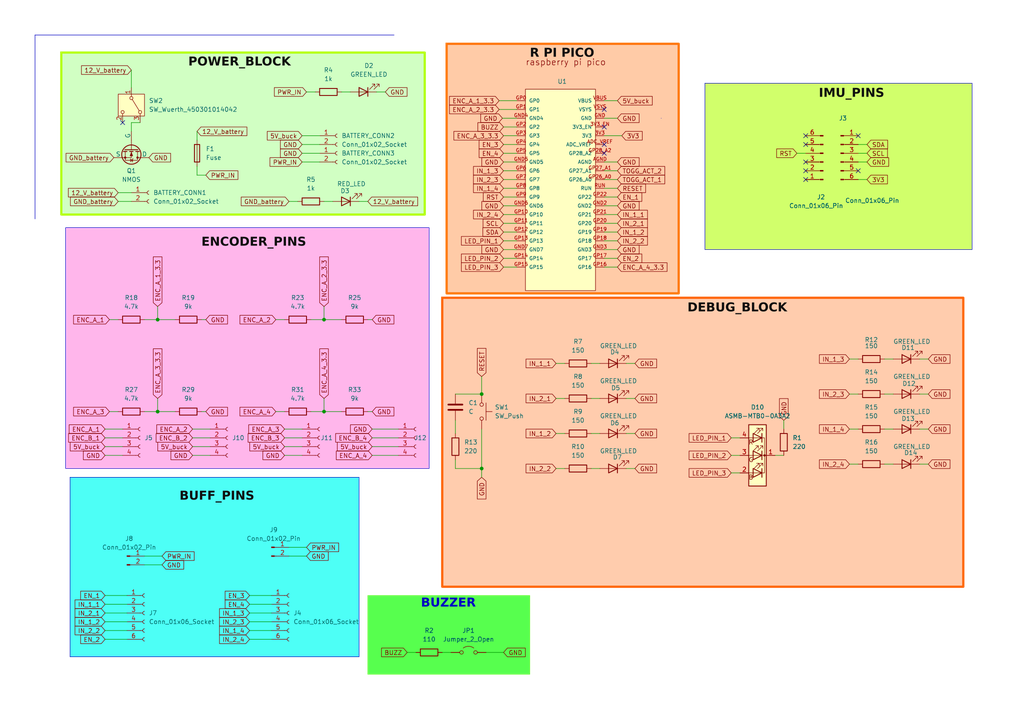
<source format=kicad_sch>
(kicad_sch (version 20231120) (generator "eeschema") (generator_version "8.0")
  (paper "A4")
  (lib_symbols
    (symbol "Connector:Conn_01x02_Pin" (pin_names (offset 1.016) hide)
      (property "Reference" "J" (at 0 2.54 0))
      (property "Value" "Conn_01x02_Pin" (at 0 -5.08 0))
      (symbol "Conn_01x02_Pin_1_1"
        (pin passive line (at 5.08 0 180) (length 3.81) (name "Pin_1") (number "1"))
        (pin passive line (at 5.08 -2.54 180) (length 3.81) (name "Pin_2") (number "2"))
      )
    )
    (symbol "Connector:Conn_01x02_Socket" (pin_names (offset 1.016) hide)
      (property "Reference" "J" (at 0 2.54 0))
      (property "Value" "Conn_01x02_Socket" (at 0 -5.08 0))
      (symbol "Conn_01x02_Socket_1_1"
        (pin passive line (at -5.08 0 0) (length 3.81) (name "Pin_1") (number "1"))
        (pin passive line (at -5.08 -2.54 0) (length 3.81) (name "Pin_2") (number "2"))
      )
    )
    (symbol "Connector:Conn_01x04_Socket" (pin_names (offset 1.016) hide)
      (property "Reference" "J" (at 0 5.08 0))
      (property "Value" "Conn_01x04_Socket" (at 0 -7.62 0))
      (symbol "Conn_01x04_Socket_1_1"
        (pin passive line (at -5.08 2.54 0) (length 3.81) (name "Pin_1") (number "1"))
        (pin passive line (at -5.08 0 0) (length 3.81) (name "Pin_2") (number "2"))
        (pin passive line (at -5.08 -2.54 0) (length 3.81) (name "Pin_3") (number "3"))
        (pin passive line (at -5.08 -5.08 0) (length 3.81) (name "Pin_4") (number "4"))
      )
    )
    (symbol "Connector:Conn_01x06_Pin" (pin_names (offset 1.016) hide)
      (property "Reference" "J" (at 0 7.62 0))
      (property "Value" "Conn_01x06_Pin" (at 0 -10.16 0))
      (symbol "Conn_01x06_Pin_1_1"
        (pin passive line (at 5.08 5.08 180) (length 3.81) (name "Pin_1") (number "1"))
        (pin passive line (at 5.08 2.54 180) (length 3.81) (name "Pin_2") (number "2"))
        (pin passive line (at 5.08 0 180) (length 3.81) (name "Pin_3") (number "3"))
        (pin passive line (at 5.08 -2.54 180) (length 3.81) (name "Pin_4") (number "4"))
        (pin passive line (at 5.08 -5.08 180) (length 3.81) (name "Pin_5") (number "5"))
        (pin passive line (at 5.08 -7.62 180) (length 3.81) (name "Pin_6") (number "6"))
      )
    )
    (symbol "Connector:Conn_01x06_Socket" (pin_names (offset 1.016) hide)
      (property "Reference" "J" (at 0 7.62 0))
      (property "Value" "Conn_01x06_Socket" (at 0 -10.16 0))
      (symbol "Conn_01x06_Socket_1_1"
        (pin passive line (at -5.08 5.08 0) (length 3.81) (name "Pin_1") (number "1"))
        (pin passive line (at -5.08 2.54 0) (length 3.81) (name "Pin_2") (number "2"))
        (pin passive line (at -5.08 0 0) (length 3.81) (name "Pin_3") (number "3"))
        (pin passive line (at -5.08 -2.54 0) (length 3.81) (name "Pin_4") (number "4"))
        (pin passive line (at -5.08 -5.08 0) (length 3.81) (name "Pin_5") (number "5"))
        (pin passive line (at -5.08 -7.62 0) (length 3.81) (name "Pin_6") (number "6"))
      )
    )
    (symbol "Device:C" (pin_numbers hide) (pin_names (offset 0.254))
      (property "Reference" "C" (at 0.635 2.54 0))
      (property "Value" "C" (at 0.635 -2.54 0))
      (symbol "C_1_1"
        (pin passive line (at 0 3.81 270) (length 2.794) (name "~") (number "1"))
        (pin passive line (at 0 -3.81 90) (length 2.794) (name "~") (number "2"))
      )
    )
    (symbol "Device:Fuse" (pin_numbers hide) (pin_names (offset 0))
      (property "Reference" "F" (at 2.032 0 90))
      (property "Value" "Fuse" (at -1.905 0 90))
      (symbol "Fuse_1_1"
        (pin passive line (at 0 3.81 270) (length 1.27) (name "~") (number "1"))
        (pin passive line (at 0 -3.81 90) (length 1.27) (name "~") (number "2"))
      )
    )
    (symbol "Device:LED" (pin_numbers hide) (pin_names (offset 1.016) hide)
      (property "Reference" "D" (at 0 2.54 0))
      (property "Value" "LED" (at 0 -2.54 0))
      (symbol "LED_1_1"
        (pin passive line (at -3.81 0 0) (length 2.54) (name "K") (number "1"))
        (pin passive line (at 3.81 0 180) (length 2.54) (name "A") (number "2"))
      )
    )
    (symbol "Device:R" (pin_numbers hide) (pin_names (offset 0))
      (property "Reference" "R" (at 2.032 0 90))
      (property "Value" "R" (at 0 0 90))
      (symbol "R_1_1"
        (pin passive line (at 0 3.81 270) (length 1.27) (name "~") (number "1"))
        (pin passive line (at 0 -3.81 90) (length 1.27) (name "~") (number "2"))
      )
    )
    (symbol "Jumper:Jumper_2_Open" (pin_numbers hide) (pin_names (offset 0) hide) (exclude_from_sim yes)
      (property "Reference" "JP" (at 0 2.794 0))
      (property "Value" "Jumper_2_Open" (at 0 -2.286 0))
      (symbol "Jumper_2_Open_1_1"
        (pin passive line (at -5.08 0 0) (length 2.54) (name "A") (number "1"))
        (pin passive line (at 5.08 0 180) (length 2.54) (name "B") (number "2"))
      )
    )
    (symbol "LED:ASMB-MTB0-0A3A2_CC" (pin_names (offset 0) hide)
      (property "Reference" "D" (at 0 10.16 0))
      (property "Value" "ASMB-MTB0-0A3A2" (at 0 -10.16 0))
      (symbol "ASMB-MTB0-0A3A2_CC_0_0"
        (text "B" (at -1.905 -6.35 0) (effects (font (size 1.27 1.27))))
        (text "G" (at -1.905 -1.27 0) (effects (font (size 1.27 1.27))))
        (text "R" (at -1.905 3.81 0) (effects (font (size 1.27 1.27))))
      )
      (symbol "ASMB-MTB0-0A3A2_CC_1_1"
        (pin passive line (at 5.08 0 180) (length 2.54) (name "A") (number "1"))
        (pin passive line (at -5.08 -5.08 0) (length 2.54) (name "BK") (number "2"))
        (pin passive line (at -5.08 0 0) (length 2.54) (name "GK") (number "3"))
        (pin passive line (at -5.08 5.08 0) (length 2.54) (name "RK") (number "4"))
      )
    )
    (symbol "RASPBERRY_PI_PICO:RASPBERRY_PI_PICO" (pin_names (offset 1.016))
      (property "Reference" "U1" (at 3.048 25.908 0))
      (property "Value" "RASPBERRY_PI_PICO" (at 28.956 34.29 0))
      (symbol "RASPBERRY_PI_PICO_0_0"
        (text "raspberry pi pico" (at -7.62 30.48 0) (effects (font (size 1.778 1.778)) (justify left bottom)))
        (pin bidirectional line (at 15.24 10.16 180) (length 2.54) (name "3V3") (number "3V3"))
        (pin bidirectional line (at 15.24 12.7 180) (length 2.54) (name "3V3_EN") (number "3V3_EN"))
        (pin bidirectional line (at 15.24 7.62 180) (length 2.54) (name "ADC_VREF") (number "ADC_VREF"))
        (pin bidirectional line (at 15.24 2.54 180) (length 2.54) (name "AGND") (number "AGND"))
        (pin bidirectional line (at 15.24 15.24 180) (length 2.54) (name "GND") (number "GND"))
        (pin bidirectional line (at 15.24 -10.16 180) (length 2.54) (name "GND2") (number "GND2"))
        (pin bidirectional line (at 15.24 -22.86 180) (length 2.54) (name "GND3") (number "GND3"))
        (pin bidirectional line (at -10.16 15.24 0) (length 2.54) (name "GND4") (number "GND4"))
        (pin bidirectional line (at -10.16 2.54 0) (length 2.54) (name "GND5") (number "GND5"))
        (pin bidirectional line (at -10.16 -10.16 0) (length 2.54) (name "GND6") (number "GND6"))
        (pin bidirectional line (at -10.16 -22.86 0) (length 2.54) (name "GND7") (number "GND7"))
        (pin bidirectional line (at -10.16 20.32 0) (length 2.54) (name "GP0") (number "GP0"))
        (pin bidirectional line (at -10.16 17.78 0) (length 2.54) (name "GP1") (number "GP1"))
        (pin bidirectional line (at -10.16 -12.7 0) (length 2.54) (name "GP10") (number "GP10"))
        (pin bidirectional line (at -10.16 -15.24 0) (length 2.54) (name "GP11") (number "GP11"))
        (pin bidirectional line (at -10.16 -17.78 0) (length 2.54) (name "GP12") (number "GP12"))
        (pin bidirectional line (at -10.16 -20.32 0) (length 2.54) (name "GP13") (number "GP13"))
        (pin bidirectional line (at -10.16 -25.4 0) (length 2.54) (name "GP14") (number "GP14"))
        (pin bidirectional line (at -10.16 -27.94 0) (length 2.54) (name "GP15") (number "GP15"))
        (pin bidirectional line (at 15.24 -27.94 180) (length 2.54) (name "GP16") (number "GP16"))
        (pin bidirectional line (at 15.24 -25.4 180) (length 2.54) (name "GP17") (number "GP17"))
        (pin bidirectional line (at 15.24 -20.32 180) (length 2.54) (name "GP18") (number "GP18"))
        (pin bidirectional line (at 15.24 -17.78 180) (length 2.54) (name "GP19") (number "GP19"))
        (pin bidirectional line (at -10.16 12.7 0) (length 2.54) (name "GP2") (number "GP2"))
        (pin bidirectional line (at 15.24 -15.24 180) (length 2.54) (name "GP20") (number "GP20"))
        (pin bidirectional line (at 15.24 -12.7 180) (length 2.54) (name "GP21") (number "GP21"))
        (pin bidirectional line (at 15.24 -7.62 180) (length 2.54) (name "GP22") (number "GP22"))
        (pin bidirectional line (at 15.24 -2.54 180) (length 2.54) (name "GP26_A0") (number "GP26_A0"))
        (pin bidirectional line (at 15.24 0 180) (length 2.54) (name "GP27_A1") (number "GP27_A1"))
        (pin bidirectional line (at 15.24 5.08 180) (length 2.54) (name "GP28_A2") (number "GP28_A2"))
        (pin bidirectional line (at -10.16 10.16 0) (length 2.54) (name "GP3") (number "GP3"))
        (pin bidirectional line (at -10.16 7.62 0) (length 2.54) (name "GP4") (number "GP4"))
        (pin bidirectional line (at -10.16 5.08 0) (length 2.54) (name "GP5") (number "GP5"))
        (pin bidirectional line (at -10.16 0 0) (length 2.54) (name "GP6") (number "GP6"))
        (pin bidirectional line (at -10.16 -2.54 0) (length 2.54) (name "GP7") (number "GP7"))
        (pin bidirectional line (at -10.16 -5.08 0) (length 2.54) (name "GP8") (number "GP8"))
        (pin bidirectional line (at -10.16 -7.62 0) (length 2.54) (name "GP9") (number "GP9"))
        (pin bidirectional line (at 15.24 -5.08 180) (length 2.54) (name "RUN") (number "RUN"))
        (pin bidirectional line (at 15.24 20.32 180) (length 2.54) (name "VBUS") (number "VBUS"))
        (pin bidirectional line (at 15.24 17.78 180) (length 2.54) (name "VSYS") (number "VSYS"))
      )
    )
    (symbol "Simulation_SPICE:NMOS" (pin_numbers hide) (pin_names (offset 0))
      (property "Reference" "Q" (at 5.08 1.27 0))
      (property "Value" "NMOS" (at 5.08 -1.27 0))
      (symbol "NMOS_1_1"
        (pin passive line (at 2.54 5.08 270) (length 2.54) (name "D") (number "1"))
        (pin input line (at -5.08 0 0) (length 2.54) (name "G") (number "2"))
        (pin passive line (at 2.54 -5.08 90) (length 2.54) (name "S") (number "3"))
      )
    )
    (symbol "Switch:SW_Push" (pin_numbers hide) (pin_names (offset 1.016) hide)
      (property "Reference" "SW" (at 1.27 2.54 0))
      (property "Value" "SW_Push" (at 0 -1.524 0))
      (symbol "SW_Push_0_1"
        (pin passive line (at -5.08 0 0) (length 2.54) (name "1") (number "1"))
        (pin passive line (at 5.08 0 180) (length 2.54) (name "2") (number "2"))
      )
    )
    (symbol "Switch:SW_Wuerth_450301014042" (pin_names (offset 1) hide)
      (property "Reference" "SW" (at 0 5.08 0))
      (property "Value" "SW_Wuerth_450301014042" (at 0 -5.08 0))
      (symbol "SW_Wuerth_450301014042_1_1"
        (pin passive line (at -5.08 0 0) (length 2.54) (name "B") (number "1"))
        (pin passive line (at 5.08 -2.54 180) (length 2.54) (name "C") (number "2"))
        (pin passive line (at 5.08 2.54 180) (length 2.54) (name "A") (number "3"))
      )
    )
  )
  (junction (at 45.72 119.38))
  (junction (at 45.72 92.71))
  (junction (at 93.98 92.71))
  (junction (at 139.7 135.89))
  (junction (at 139.7 114.3))
  (junction (at 93.98 119.38))
  (no_connect (at 175.26 36.83))
  (no_connect (at 248.92 49.53))
  (no_connect (at 233.68 39.37))
  (no_connect (at 233.68 49.53))
  (no_connect (at 248.92 39.37))
  (no_connect (at 233.68 41.91))
  (no_connect (at 175.26 41.91))
  (no_connect (at 175.26 31.75))
  (no_connect (at 233.68 52.07))
  (no_connect (at 175.26 44.45))
  (no_connect (at 233.68 46.99))
  (no_connect (at 35.56 35.56))
  (wire (pts (xy 30.48 172.72) (xy 36.83 172.72)))
  (wire (pts (xy 55.88 132.08) (xy 60.96 132.08)))
  (wire (pts (xy 146.05 54.61) (xy 149.86 54.61)))
  (wire (pts (xy 30.48 185.42) (xy 36.83 185.42)))
  (wire (pts (xy 93.98 119.38) (xy 99.06 119.38)))
  (wire (pts (xy 57.15 50.8) (xy 59.69 50.8)))
  (wire (pts (xy 146.05 77.47) (xy 149.86 77.47)))
  (wire (pts (xy 45.72 115.57) (xy 45.72 119.38)))
  (wire (pts (xy 161.29 115.57) (xy 163.83 115.57)))
  (wire (pts (xy 144.78 29.21) (xy 149.86 29.21)))
  (wire (pts (xy 55.88 124.46) (xy 60.96 124.46)))
  (wire (pts (xy 175.26 62.23) (xy 179.07 62.23)))
  (wire (pts (xy 41.91 161.29) (xy 46.99 161.29)))
  (wire (pts (xy 132.08 121.92) (xy 132.08 125.73)))
  (wire (pts (xy 175.26 34.29) (xy 179.07 34.29)))
  (wire (pts (xy 256.54 134.62) (xy 259.08 134.62)))
  (wire (pts (xy 30.48 182.88) (xy 36.83 182.88)))
  (wire (pts (xy 82.55 132.08) (xy 87.63 132.08)))
  (wire (pts (xy 161.29 105.41) (xy 163.83 105.41)))
  (wire (pts (xy 80.01 92.71) (xy 82.55 92.71)))
  (wire (pts (xy 175.26 64.77) (xy 179.07 64.77)))
  (wire (pts (xy 30.48 177.8) (xy 36.83 177.8)))
  (wire (pts (xy 175.26 57.15) (xy 179.07 57.15)))
  (wire (pts (xy 181.61 115.57) (xy 184.15 115.57)))
  (wire (pts (xy 248.92 44.45) (xy 251.46 44.45)))
  (wire (pts (xy 72.39 172.72) (xy 78.74 172.72)))
  (wire (pts (xy 83.82 158.75) (xy 88.9 158.75)))
  (wire (pts (xy 161.29 125.73) (xy 163.83 125.73)))
  (wire (pts (xy 109.22 26.67) (xy 111.76 26.67)))
  (wire (pts (xy 30.48 127) (xy 35.56 127)))
  (wire (pts (xy 106.68 119.38) (xy 107.95 119.38)))
  (wire (pts (xy 175.26 29.21) (xy 179.07 29.21)))
  (wire (pts (xy 45.72 92.71) (xy 50.8 92.71)))
  (wire (pts (xy 45.72 119.38) (xy 50.8 119.38)))
  (polyline (pts (xy 10.16 63.5) (xy 10.16 10.16)))
  (wire (pts (xy 82.55 127) (xy 87.63 127)))
  (wire (pts (xy 38.1 20.32) (xy 38.1 25.4)))
  (wire (pts (xy 149.86 36.83) (xy 146.05 36.83)))
  (wire (pts (xy 30.48 180.34) (xy 36.83 180.34)))
  (wire (pts (xy 38.1 35.56) (xy 40.64 35.56)))
  (wire (pts (xy 171.45 125.73) (xy 173.99 125.73)))
  (wire (pts (xy 41.91 163.83) (xy 46.99 163.83)))
  (wire (pts (xy 246.38 134.62) (xy 248.92 134.62)))
  (wire (pts (xy 128.27 189.23) (xy 130.81 189.23)))
  (wire (pts (xy 266.7 134.62) (xy 269.24 134.62)))
  (wire (pts (xy 72.39 180.34) (xy 78.74 180.34)))
  (wire (pts (xy 34.29 58.42) (xy 38.1 58.42)))
  (wire (pts (xy 140.97 189.23) (xy 146.05 189.23)))
  (wire (pts (xy 175.26 72.39) (xy 179.07 72.39)))
  (wire (pts (xy 99.06 26.67) (xy 101.6 26.67)))
  (wire (pts (xy 93.98 115.57) (xy 93.98 119.38)))
  (wire (pts (xy 93.98 88.9) (xy 93.98 92.71)))
  (wire (pts (xy 58.42 92.71) (xy 59.69 92.71)))
  (wire (pts (xy 57.15 38.1) (xy 57.15 40.64)))
  (wire (pts (xy 212.09 137.16) (xy 214.63 137.16)))
  (wire (pts (xy 107.95 127) (xy 115.57 127)))
  (wire (pts (xy 87.63 44.45) (xy 92.71 44.45)))
  (wire (pts (xy 266.7 104.14) (xy 269.24 104.14)))
  (wire (pts (xy 231.14 44.45) (xy 233.68 44.45)))
  (wire (pts (xy 246.38 124.46) (xy 248.92 124.46)))
  (wire (pts (xy 139.7 124.46) (xy 139.7 135.89)))
  (wire (pts (xy 104.14 58.42) (xy 106.68 58.42)))
  (wire (pts (xy 132.08 135.89) (xy 139.7 135.89)))
  (wire (pts (xy 55.88 127) (xy 60.96 127)))
  (wire (pts (xy 34.29 55.88) (xy 38.1 55.88)))
  (polyline (pts (xy 10.16 10.16) (xy 114.3 10.16)))
  (wire (pts (xy 248.92 41.91) (xy 251.46 41.91)))
  (wire (pts (xy 146.05 72.39) (xy 149.86 72.39)))
  (wire (pts (xy 146.05 69.85) (xy 149.86 69.85)))
  (wire (pts (xy 45.72 88.9) (xy 45.72 92.71)))
  (wire (pts (xy 266.7 114.3) (xy 269.24 114.3)))
  (wire (pts (xy 256.54 104.14) (xy 259.08 104.14)))
  (wire (pts (xy 175.26 46.99) (xy 179.07 46.99)))
  (wire (pts (xy 87.63 41.91) (xy 92.71 41.91)))
  (wire (pts (xy 139.7 109.22) (xy 139.7 114.3)))
  (wire (pts (xy 248.92 52.07) (xy 251.46 52.07)))
  (wire (pts (xy 146.05 59.69) (xy 149.86 59.69)))
  (wire (pts (xy 146.05 39.37) (xy 149.86 39.37)))
  (wire (pts (xy 132.08 114.3) (xy 139.7 114.3)))
  (wire (pts (xy 224.79 132.08) (xy 227.33 132.08)))
  (wire (pts (xy 82.55 124.46) (xy 87.63 124.46)))
  (wire (pts (xy 41.91 92.71) (xy 45.72 92.71)))
  (wire (pts (xy 146.05 46.99) (xy 149.86 46.99)))
  (wire (pts (xy 30.48 175.26) (xy 36.83 175.26)))
  (wire (pts (xy 248.92 46.99) (xy 251.46 46.99)))
  (wire (pts (xy 175.26 49.53) (xy 179.07 49.53)))
  (wire (pts (xy 175.26 74.93) (xy 179.07 74.93)))
  (wire (pts (xy 146.05 74.93) (xy 149.86 74.93)))
  (wire (pts (xy 171.45 105.41) (xy 173.99 105.41)))
  (wire (pts (xy 161.29 135.89) (xy 163.83 135.89)))
  (wire (pts (xy 256.54 114.3) (xy 259.08 114.3)))
  (wire (pts (xy 246.38 104.14) (xy 248.92 104.14)))
  (wire (pts (xy 83.82 161.29) (xy 88.9 161.29)))
  (wire (pts (xy 72.39 175.26) (xy 78.74 175.26)))
  (wire (pts (xy 146.05 64.77) (xy 149.86 64.77)))
  (wire (pts (xy 175.26 67.31) (xy 179.07 67.31)))
  (wire (pts (xy 146.05 44.45) (xy 149.86 44.45)))
  (wire (pts (xy 256.54 124.46) (xy 259.08 124.46)))
  (wire (pts (xy 144.78 31.75) (xy 149.86 31.75)))
  (wire (pts (xy 72.39 182.88) (xy 78.74 182.88)))
  (wire (pts (xy 175.26 77.47) (xy 179.07 77.47)))
  (wire (pts (xy 55.88 129.54) (xy 60.96 129.54)))
  (wire (pts (xy 38.1 35.56) (xy 38.1 38.1)))
  (wire (pts (xy 227.33 121.92) (xy 227.33 124.46)))
  (wire (pts (xy 132.08 133.35) (xy 132.08 135.89)))
  (wire (pts (xy 90.17 119.38) (xy 93.98 119.38)))
  (wire (pts (xy 58.42 119.38) (xy 59.69 119.38)))
  (wire (pts (xy 107.95 124.46) (xy 115.57 124.46)))
  (wire (pts (xy 212.09 127) (xy 214.63 127)))
  (wire (pts (xy 107.95 132.08) (xy 115.57 132.08)))
  (wire (pts (xy 88.9 26.67) (xy 91.44 26.67)))
  (wire (pts (xy 181.61 125.73) (xy 184.15 125.73)))
  (wire (pts (xy 146.05 67.31) (xy 149.86 67.31)))
  (wire (pts (xy 146.05 52.07) (xy 149.86 52.07)))
  (wire (pts (xy 107.95 129.54) (xy 115.57 129.54)))
  (wire (pts (xy 57.15 48.26) (xy 57.15 50.8)))
  (wire (pts (xy 30.48 132.08) (xy 35.56 132.08)))
  (wire (pts (xy 146.05 62.23) (xy 149.86 62.23)))
  (wire (pts (xy 181.61 105.41) (xy 184.15 105.41)))
  (wire (pts (xy 72.39 177.8) (xy 78.74 177.8)))
  (wire (pts (xy 106.68 92.71) (xy 107.95 92.71)))
  (wire (pts (xy 145.7325 34.29) (xy 149.86 34.29)))
  (wire (pts (xy 118.11 189.23) (xy 120.65 189.23)))
  (wire (pts (xy 146.05 49.53) (xy 149.86 49.53)))
  (wire (pts (xy 72.39 185.42) (xy 78.74 185.42)))
  (wire (pts (xy 175.26 39.37) (xy 180.34 39.37)))
  (wire (pts (xy 41.91 119.38) (xy 45.72 119.38)))
  (wire (pts (xy 175.26 59.69) (xy 179.07 59.69)))
  (wire (pts (xy 31.75 119.38) (xy 34.29 119.38)))
  (wire (pts (xy 139.7 135.89) (xy 139.7 138.43)))
  (wire (pts (xy 82.55 129.54) (xy 87.63 129.54)))
  (wire (pts (xy 171.45 135.89) (xy 173.99 135.89)))
  (wire (pts (xy 87.63 39.37) (xy 92.71 39.37)))
  (wire (pts (xy 171.45 115.57) (xy 173.99 115.57)))
  (wire (pts (xy 181.61 135.89) (xy 184.15 135.89)))
  (wire (pts (xy 80.01 119.38) (xy 82.55 119.38)))
  (wire (pts (xy 266.7 124.46) (xy 269.24 124.46)))
  (wire (pts (xy 146.05 41.91) (xy 149.86 41.91)))
  (wire (pts (xy 246.38 114.3) (xy 248.92 114.3)))
  (wire (pts (xy 212.09 132.08) (xy 214.63 132.08)))
  (wire (pts (xy 31.75 92.71) (xy 34.29 92.71)))
  (wire (pts (xy 93.98 58.42) (xy 96.52 58.42)))
  (wire (pts (xy 83.82 58.42) (xy 86.36 58.42)))
  (wire (pts (xy 90.17 92.71) (xy 93.98 92.71)))
  (wire (pts (xy 87.63 46.99) (xy 92.71 46.99)))
  (wire (pts (xy 93.98 92.71) (xy 99.06 92.71)))
  (wire (pts (xy 175.26 54.61) (xy 179.07 54.61)))
  (wire (pts (xy 146.05 57.15) (xy 149.86 57.15)))
  (wire (pts (xy 30.48 124.46) (xy 35.56 124.46)))
  (wire (pts (xy 175.26 69.85) (xy 179.07 69.85)))
  (wire (pts (xy 175.26 52.07) (xy 179.07 52.07)))
  (wire (pts (xy 30.48 129.54) (xy 35.56 129.54)))
  (rectangle (start 129.54 12.7) (end 196.85 85.09) (stroke (width 0.635) (color 255 113 7 1)) (fill (type color) (color 255 203 167 1)))
  (rectangle (start 128.27 86.36) (end 279.4 170.18) (stroke (width 0.635) (color 255 95 3 1)) (fill (type color) (color 255 204 173 1)))
  (rectangle (start 17.78 15.24) (end 123.19 62.23) (stroke (width 0.635) (color 171 255 12 1)) (fill (type color) (color 209 255 195 1)))
  (rectangle (start 20.32 138.43) (end 104.14 190.5) (fill (type color) (color 77 255 246 1)))
  (rectangle (start 106.68 172.72) (end 153.67 195.58) (stroke (width 0) (color 105 255 49 1)) (fill (type color) (color 87 255 78 1)))
  (rectangle (start 191.77 34.29) (end 191.77 34.29))
  (rectangle (start 19.05 66.04) (end 124.46 135.89) (fill (type color) (color 255 182 235 1)))
  (rectangle (start 204.47 24.13) (end 281.94 72.39) (fill (type color) (color 209 255 107 1)))
  (text "BUZZER" (at 130.048 175.768 0) (effects (font (size 2.54 2.54))))
  (label "R PI PICO" (at 153.67 17.78 0) (effects (font (size 2.54 2.54) (bold yes))))
  (label "DEBUG_BLOCK" (at 199.39 91.44 0) (effects (font (size 2.54 2.54))))
  (label "ENCODER_PINS" (at 58.42 72.39 0) (effects (font (size 2.54 2.54))))
  (label "IMU_PINS" (at 237.49 29.21 0) (effects (font (size 2.54 2.54))))
  (label "POWER_BLOCK" (at 54.61 20.32 0) (effects (font (size 2.54 2.54) (bold yes))))
  (label "BUFF_PINS" (at 52.07 146.05 0) (effects (font (size 2.54 2.54))))
  (global_label "IN_2_3" (shape input) (at 146.05 52.07 180) (property "Intersheetrefs" "${INTERSHEET_REFS}" (effects (hide yes))))
  (global_label "IN_2_1" (shape input) (at 30.48 177.8 180) (property "Intersheetrefs" "${INTERSHEET_REFS}" (effects (hide yes))))
  (global_label "EN_2" (shape input) (at 179.07 74.93 0) (property "Intersheetrefs" "${INTERSHEET_REFS}" (effects (hide yes))))
  (global_label "IN_2_4" (shape input) (at 246.38 134.62 180) (property "Intersheetrefs" "${INTERSHEET_REFS}" (effects (hide yes))))
  (global_label "GND" (shape input) (at 269.24 104.14 0) (property "Intersheetrefs" "${INTERSHEET_REFS}" (effects (hide yes))))
  (global_label "GND" (shape input) (at 184.15 105.41 0) (property "Intersheetrefs" "${INTERSHEET_REFS}" (effects (hide yes))))
  (global_label "ENC_B_3" (shape input) (at 82.55 127 180) (property "Intersheetrefs" "${INTERSHEET_REFS}" (effects (hide yes))))
  (global_label "ENC_A_4" (shape input) (at 107.95 132.08 180) (property "Intersheetrefs" "${INTERSHEET_REFS}" (effects (hide yes))))
  (global_label "GND" (shape input) (at 107.95 119.38 0) (property "Intersheetrefs" "${INTERSHEET_REFS}" (effects (hide yes))))
  (global_label "GND" (shape input) (at 87.63 44.45 180) (property "Intersheetrefs" "${INTERSHEET_REFS}" (effects (hide yes))))
  (global_label "GND" (shape input) (at 269.24 114.3 0) (property "Intersheetrefs" "${INTERSHEET_REFS}" (effects (hide yes))))
  (global_label "ENC_A_4_3.3" (shape input) (at 179.07 77.47 0) (property "Intersheetrefs" "${INTERSHEET_REFS}" (effects (hide yes))))
  (global_label "ENC_A_3_3.3" (shape input) (at 45.72 115.57 90) (property "Intersheetrefs" "${INTERSHEET_REFS}" (effects (hide yes))))
  (global_label "GND" (shape input) (at 184.15 125.73 0) (property "Intersheetrefs" "${INTERSHEET_REFS}" (effects (hide yes))))
  (global_label "PWR_IN" (shape input) (at 87.63 46.99 180) (property "Intersheetrefs" "${INTERSHEET_REFS}" (effects (hide yes))))
  (global_label "5V_buck" (shape input) (at 55.88 129.54 180) (property "Intersheetrefs" "${INTERSHEET_REFS}" (effects (hide yes))))
  (global_label "PWR_IN" (shape input) (at 88.9 26.67 180) (property "Intersheetrefs" "${INTERSHEET_REFS}" (effects (hide yes))))
  (global_label "GND" (shape input) (at 30.48 132.08 180) (property "Intersheetrefs" "${INTERSHEET_REFS}" (effects (hide yes))))
  (global_label "GND" (shape input) (at 146.05 72.39 180) (property "Intersheetrefs" "${INTERSHEET_REFS}" (effects (hide yes))))
  (global_label "GND" (shape input) (at 87.63 41.91 180) (property "Intersheetrefs" "${INTERSHEET_REFS}" (effects (hide yes))))
  (global_label "ENC_A_1_3.3" (shape input) (at 45.72 88.9 90) (property "Intersheetrefs" "${INTERSHEET_REFS}" (effects (hide yes))))
  (global_label "GND" (shape input) (at 227.33 121.92 90) (property "Intersheetrefs" "${INTERSHEET_REFS}" (effects (hide yes))))
  (global_label "GND" (shape input) (at 107.95 124.46 180) (property "Intersheetrefs" "${INTERSHEET_REFS}" (effects (hide yes))))
  (global_label "GND" (shape input) (at 179.07 59.69 0) (property "Intersheetrefs" "${INTERSHEET_REFS}" (effects (hide yes))))
  (global_label "ENC_B_1" (shape input) (at 30.48 127 180) (property "Intersheetrefs" "${INTERSHEET_REFS}" (effects (hide yes))))
  (global_label "RESET" (shape input) (at 139.7 109.22 90) (property "Intersheetrefs" "${INTERSHEET_REFS}" (effects (hide yes))))
  (global_label "LED_PIN_1" (shape input) (at 212.09 127 180) (property "Intersheetrefs" "${INTERSHEET_REFS}" (effects (hide yes))))
  (global_label "GND" (shape input) (at 184.15 115.57 0) (property "Intersheetrefs" "${INTERSHEET_REFS}" (effects (hide yes))))
  (global_label "5V_buck" (shape input) (at 30.48 129.54 180) (property "Intersheetrefs" "${INTERSHEET_REFS}" (effects (hide yes))))
  (global_label "SCL" (shape input) (at 251.46 44.45 0) (property "Intersheetrefs" "${INTERSHEET_REFS}" (effects (hide yes))))
  (global_label "IN_1_4" (shape input) (at 72.39 182.88 180) (property "Intersheetrefs" "${INTERSHEET_REFS}" (effects (hide yes))))
  (global_label "GND" (shape input) (at 111.76 26.67 0) (property "Intersheetrefs" "${INTERSHEET_REFS}" (effects (hide yes))))
  (global_label "GND" (shape input) (at 46.99 163.83 0) (property "Intersheetrefs" "${INTERSHEET_REFS}" (effects (hide yes))))
  (global_label "TOGG_ACT_1" (shape input) (at 179.07 52.07 0) (property "Intersheetrefs" "${INTERSHEET_REFS}" (effects (hide yes))))
  (global_label "EN_2" (shape input) (at 30.48 185.42 180) (property "Intersheetrefs" "${INTERSHEET_REFS}" (effects (hide yes))))
  (global_label "EN_3" (shape input) (at 72.39 172.72 180) (property "Intersheetrefs" "${INTERSHEET_REFS}" (effects (hide yes))))
  (global_label "IN_1_2" (shape input) (at 161.29 125.73 180) (property "Intersheetrefs" "${INTERSHEET_REFS}" (effects (hide yes))))
  (global_label "BUZZ" (shape input) (at 118.11 189.23 180) (property "Intersheetrefs" "${INTERSHEET_REFS}" (effects (hide yes))))
  (global_label "PWR_IN" (shape input) (at 46.99 161.29 0) (property "Intersheetrefs" "${INTERSHEET_REFS}" (effects (hide yes))))
  (global_label "SCL" (shape input) (at 146.05 64.77 180) (property "Intersheetrefs" "${INTERSHEET_REFS}" (effects (hide yes))))
  (global_label "GND" (shape input) (at 145.7325 34.29 180) (property "Intersheetrefs" "${INTERSHEET_REFS}" (effects (hide yes))))
  (global_label "5V_buck" (shape input) (at 179.07 29.21 0) (property "Intersheetrefs" "${INTERSHEET_REFS}" (effects (hide yes))))
  (global_label "IN_2_2" (shape input) (at 30.48 182.88 180) (property "Intersheetrefs" "${INTERSHEET_REFS}" (effects (hide yes))))
  (global_label "EN_4" (shape input) (at 72.39 175.26 180) (property "Intersheetrefs" "${INTERSHEET_REFS}" (effects (hide yes))))
  (global_label "RESET" (shape input) (at 179.07 54.61 0) (property "Intersheetrefs" "${INTERSHEET_REFS}" (effects (hide yes))))
  (global_label "LED_PIN_2" (shape input) (at 212.09 132.08 180) (property "Intersheetrefs" "${INTERSHEET_REFS}" (effects (hide yes))))
  (global_label "IN_1_2" (shape input) (at 30.48 180.34 180) (property "Intersheetrefs" "${INTERSHEET_REFS}" (effects (hide yes))))
  (global_label "GND_battery" (shape input) (at 34.29 58.42 180) (property "Intersheetrefs" "${INTERSHEET_REFS}" (effects (hide yes))))
  (global_label "GND" (shape input) (at 179.07 34.29 0) (property "Intersheetrefs" "${INTERSHEET_REFS}" (effects (hide yes))))
  (global_label "ENC_A_4_3.3" (shape input) (at 93.98 115.57 90) (property "Intersheetrefs" "${INTERSHEET_REFS}" (effects (hide yes))))
  (global_label "ENC_A_1" (shape input) (at 30.48 124.46 180) (property "Intersheetrefs" "${INTERSHEET_REFS}" (effects (hide yes))))
  (global_label "EN_1" (shape input) (at 179.07 57.15 0) (property "Intersheetrefs" "${INTERSHEET_REFS}" (effects (hide yes))))
  (global_label "ENC_A_2" (shape input) (at 80.01 92.71 180) (property "Intersheetrefs" "${INTERSHEET_REFS}" (effects (hide yes))))
  (global_label "LED_PIN_3" (shape input) (at 146.05 77.47 180) (property "Intersheetrefs" "${INTERSHEET_REFS}" (effects (hide yes))))
  (global_label "RST" (shape input) (at 231.14 44.45 180) (property "Intersheetrefs" "${INTERSHEET_REFS}" (effects (hide yes))))
  (global_label "IN_1_4" (shape input) (at 146.05 54.61 180) (property "Intersheetrefs" "${INTERSHEET_REFS}" (effects (hide yes))))
  (global_label "GND" (shape input) (at 269.24 124.46 0) (property "Intersheetrefs" "${INTERSHEET_REFS}" (effects (hide yes))))
  (global_label "IN_2_4" (shape input) (at 146.05 62.23 180) (property "Intersheetrefs" "${INTERSHEET_REFS}" (effects (hide yes))))
  (global_label "ENC_B_2" (shape input) (at 55.88 127 180) (property "Intersheetrefs" "${INTERSHEET_REFS}" (effects (hide yes))))
  (global_label "SDA" (shape input) (at 251.46 41.91 0) (property "Intersheetrefs" "${INTERSHEET_REFS}" (effects (hide yes))))
  (global_label "ENC_A_1" (shape input) (at 31.75 92.71 180) (property "Intersheetrefs" "${INTERSHEET_REFS}" (effects (hide yes))))
  (global_label "IN_1_3" (shape input) (at 146.05 49.53 180) (property "Intersheetrefs" "${INTERSHEET_REFS}" (effects (hide yes))))
  (global_label "GND_battery" (shape input) (at 33.02 45.72 180) (property "Intersheetrefs" "${INTERSHEET_REFS}" (effects (hide yes))))
  (global_label "RST" (shape input) (at 146.05 57.15 180) (property "Intersheetrefs" "${INTERSHEET_REFS}" (effects (hide yes))))
  (global_label "ENC_B_4" (shape input) (at 107.95 127 180) (property "Intersheetrefs" "${INTERSHEET_REFS}" (effects (hide yes))))
  (global_label "IN_2_3" (shape input) (at 72.39 180.34 180) (property "Intersheetrefs" "${INTERSHEET_REFS}" (effects (hide yes))))
  (global_label "GND" (shape input) (at 139.7 138.43 270) (property "Intersheetrefs" "${INTERSHEET_REFS}" (effects (hide yes))))
  (global_label "EN_1" (shape input) (at 30.48 172.72 180) (property "Intersheetrefs" "${INTERSHEET_REFS}" (effects (hide yes))))
  (global_label "IN_2_1" (shape input) (at 179.07 64.77 0) (property "Intersheetrefs" "${INTERSHEET_REFS}" (effects (hide yes))))
  (global_label "3V3" (shape input) (at 180.34 39.37 0) (property "Intersheetrefs" "${INTERSHEET_REFS}" (effects (hide yes))))
  (global_label "IN_1_4" (shape input) (at 246.38 124.46 180) (property "Intersheetrefs" "${INTERSHEET_REFS}" (effects (hide yes))))
  (global_label "IN_1_1" (shape input) (at 161.29 105.41 180) (property "Intersheetrefs" "${INTERSHEET_REFS}" (effects (hide yes))))
  (global_label "5V_buck" (shape input) (at 107.95 129.54 180) (property "Intersheetrefs" "${INTERSHEET_REFS}" (effects (hide yes))))
  (global_label "ENC_A_3" (shape input) (at 31.75 119.38 180) (property "Intersheetrefs" "${INTERSHEET_REFS}" (effects (hide yes))))
  (global_label "IN_2_3" (shape input) (at 246.38 114.3 180) (property "Intersheetrefs" "${INTERSHEET_REFS}" (effects (hide yes))))
  (global_label "IN_1_1" (shape input) (at 30.48 175.26 180) (property "Intersheetrefs" "${INTERSHEET_REFS}" (effects (hide yes))))
  (global_label "ENC_A_2" (shape input) (at 55.88 124.46 180) (property "Intersheetrefs" "${INTERSHEET_REFS}" (effects (hide yes))))
  (global_label "IN_2_2" (shape input) (at 179.07 69.85 0) (property "Intersheetrefs" "${INTERSHEET_REFS}" (effects (hide yes))))
  (global_label "IN_1_1" (shape input) (at 179.07 62.23 0) (property "Intersheetrefs" "${INTERSHEET_REFS}" (effects (hide yes))))
  (global_label "SDA" (shape input) (at 146.05 67.31 180) (property "Intersheetrefs" "${INTERSHEET_REFS}" (effects (hide yes))))
  (global_label "GND" (shape input) (at 146.05 189.23 0) (property "Intersheetrefs" "${INTERSHEET_REFS}" (effects (hide yes))))
  (global_label "EN_4" (shape input) (at 146.05 44.45 180) (property "Intersheetrefs" "${INTERSHEET_REFS}" (effects (hide yes))))
  (global_label "GND" (shape input) (at 43.18 45.72 0) (property "Intersheetrefs" "${INTERSHEET_REFS}" (effects (hide yes))))
  (global_label "BUZZ" (shape input) (at 146.05 36.83 180) (property "Intersheetrefs" "${INTERSHEET_REFS}" (effects (hide yes))))
  (global_label "LED_PIN_2" (shape input) (at 146.05 74.93 180) (property "Intersheetrefs" "${INTERSHEET_REFS}" (effects (hide yes))))
  (global_label "GND" (shape input) (at 146.05 59.69 180) (property "Intersheetrefs" "${INTERSHEET_REFS}" (effects (hide yes))))
  (global_label "TOGG_ACT_2" (shape input) (at 179.07 49.53 0) (property "Intersheetrefs" "${INTERSHEET_REFS}" (effects (hide yes))))
  (global_label "PWR_IN" (shape input) (at 88.9 158.75 0) (property "Intersheetrefs" "${INTERSHEET_REFS}" (effects (hide yes))))
  (global_label "GND" (shape input) (at 146.05 46.99 180) (property "Intersheetrefs" "${INTERSHEET_REFS}" (effects (hide yes))))
  (global_label "GND" (shape input) (at 59.69 92.71 0) (property "Intersheetrefs" "${INTERSHEET_REFS}" (effects (hide yes))))
  (global_label "PWR_IN" (shape input) (at 59.69 50.8 0) (property "Intersheetrefs" "${INTERSHEET_REFS}" (effects (hide yes))))
  (global_label "IN_2_4" (shape input) (at 72.39 185.42 180) (property "Intersheetrefs" "${INTERSHEET_REFS}" (effects (hide yes))))
  (global_label "EN_3" (shape input) (at 146.05 41.91 180) (property "Intersheetrefs" "${INTERSHEET_REFS}" (effects (hide yes))))
  (global_label "IN_2_2" (shape input) (at 161.29 135.89 180) (property "Intersheetrefs" "${INTERSHEET_REFS}" (effects (hide yes))))
  (global_label "GND" (shape input) (at 55.88 132.08 180) (property "Intersheetrefs" "${INTERSHEET_REFS}" (effects (hide yes))))
  (global_label "ENC_A_2_3.3" (shape input) (at 93.98 88.9 90) (property "Intersheetrefs" "${INTERSHEET_REFS}" (effects (hide yes))))
  (global_label "GND" (shape input) (at 59.69 119.38 0) (property "Intersheetrefs" "${INTERSHEET_REFS}" (effects (hide yes))))
  (global_label "GND" (shape input) (at 179.07 46.99 0) (property "Intersheetrefs" "${INTERSHEET_REFS}" (effects (hide yes))))
  (global_label "GND" (shape input) (at 184.15 135.89 0) (property "Intersheetrefs" "${INTERSHEET_REFS}" (effects (hide yes))))
  (global_label "12_V_battery" (shape input) (at 106.68 58.42 0) (property "Intersheetrefs" "${INTERSHEET_REFS}" (effects (hide yes))))
  (global_label "12_V_battery" (shape input) (at 57.15 38.1 0) (property "Intersheetrefs" "${INTERSHEET_REFS}" (effects (hide yes))))
  (global_label "GND" (shape input) (at 251.46 46.99 0) (property "Intersheetrefs" "${INTERSHEET_REFS}" (effects (hide yes))))
  (global_label "5V_buck" (shape input) (at 87.63 39.37 180) (property "Intersheetrefs" "${INTERSHEET_REFS}" (effects (hide yes))))
  (global_label "LED_PIN_3" (shape input) (at 212.09 137.16 180) (property "Intersheetrefs" "${INTERSHEET_REFS}" (effects (hide yes))))
  (global_label "ENC_A_2_3.3" (shape input) (at 144.78 31.75 180) (property "Intersheetrefs" "${INTERSHEET_REFS}" (effects (hide yes))))
  (global_label "GND" (shape input) (at 107.95 92.71 0) (property "Intersheetrefs" "${INTERSHEET_REFS}" (effects (hide yes))))
  (global_label "ENC_A_4" (shape input) (at 80.01 119.38 180) (property "Intersheetrefs" "${INTERSHEET_REFS}" (effects (hide yes))))
  (global_label "IN_1_3" (shape input) (at 72.39 177.8 180) (property "Intersheetrefs" "${INTERSHEET_REFS}" (effects (hide yes))))
  (global_label "12_V_battery" (shape input) (at 38.1 20.32 180) (property "Intersheetrefs" "${INTERSHEET_REFS}" (effects (hide yes))))
  (global_label "ENC_A_3" (shape input) (at 82.55 124.46 180) (property "Intersheetrefs" "${INTERSHEET_REFS}" (effects (hide yes))))
  (global_label "GND_battery" (shape input) (at 83.82 58.42 180) (property "Intersheetrefs" "${INTERSHEET_REFS}" (effects (hide yes))))
  (global_label "IN_1_3" (shape input) (at 246.38 104.14 180) (property "Intersheetrefs" "${INTERSHEET_REFS}" (effects (hide yes))))
  (global_label "IN_2_1" (shape input) (at 161.29 115.57 180) (property "Intersheetrefs" "${INTERSHEET_REFS}" (effects (hide yes))))
  (global_label "GND" (shape input) (at 179.07 72.39 0) (property "Intersheetrefs" "${INTERSHEET_REFS}" (effects (hide yes))))
  (global_label "IN_1_2" (shape input) (at 179.07 67.31 0) (property "Intersheetrefs" "${INTERSHEET_REFS}" (effects (hide yes))))
  (global_label "GND" (shape input) (at 88.9 161.29 0) (property "Intersheetrefs" "${INTERSHEET_REFS}" (effects (hide yes))))
  (global_label "LED_PIN_1" (shape input) (at 146.05 69.85 180) (property "Intersheetrefs" "${INTERSHEET_REFS}" (effects (hide yes))))
  (global_label "ENC_A_1_3.3" (shape input) (at 144.78 29.21 180) (property "Intersheetrefs" "${INTERSHEET_REFS}" (effects (hide yes))))
  (global_label "12_V_battery" (shape input) (at 34.29 55.88 180) (property "Intersheetrefs" "${INTERSHEET_REFS}" (effects (hide yes))))
  (global_label "3V3" (shape input) (at 251.46 52.07 0) (property "Intersheetrefs" "${INTERSHEET_REFS}" (effects (hide yes))))
  (global_label "ENC_A_3_3.3" (shape input) (at 146.05 39.37 180) (property "Intersheetrefs" "${INTERSHEET_REFS}" (effects (hide yes))))
  (global_label "GND" (shape input) (at 82.55 132.08 180) (property "Intersheetrefs" "${INTERSHEET_REFS}" (effects (hide yes))))
  (global_label "5V_buck" (shape input) (at 82.55 129.54 180) (property "Intersheetrefs" "${INTERSHEET_REFS}" (effects (hide yes))))
  (global_label "GND" (shape input) (at 269.24 134.62 0) (property "Intersheetrefs" "${INTERSHEET_REFS}" (effects (hide yes))))
  (symbol (lib_id "Device:R") (at 38.1 119.38 90) (unit 1)
    (property "Reference" "R27" (at 38.1 113.03 90))
    (property "Value" "4.7k" (at 38.1 115.57 90))
    (property "Footprint" "Resistor_SMD:R_0805_2012Metric_Pad1.20x1.40mm_HandSolder" (effects (hide yes)))
    (property "Description" "Resistor" (effects (hide yes)))
  )
  (symbol (lib_id "Connector:Conn_01x04_Socket") (at 92.71 127 0) (unit 1)
    (property "Reference" "J11" (at 92.964 127 0) (effects (justify left)))
    (property "Value" "Conn_01x04_Socket" (effects (hide yes)))
    (property "Footprint" "Connector_JST:JST_XH_B4B-XH-A_1x04_P2.50mm_Vertical" (effects (hide yes)))
    (property "Description" "Generic connector, single row, 01x04, script generated" (effects (hide yes)))
  )
  (symbol (lib_id "Device:R") (at 102.87 119.38 90) (unit 1)
    (property "Reference" "R33" (at 102.87 113.03 90))
    (property "Value" "9k" (at 102.87 115.57 90))
    (property "Footprint" "Resistor_SMD:R_0805_2012Metric_Pad1.20x1.40mm_HandSolder" (effects (hide yes)))
    (property "Description" "Resistor" (effects (hide yes)))
  )
  (symbol (lib_id "Device:R") (at 252.73 114.3 90) (unit 1)
    (property "Reference" "R14" (at 252.73 107.95 90))
    (property "Value" "150" (at 252.73 110.49 90))
    (property "Footprint" "Resistor_SMD:R_0805_2012Metric_Pad1.20x1.40mm_HandSolder" (effects (hide yes)))
    (property "Description" "Resistor" (effects (hide yes)))
  )
  (symbol (lib_id "Device:R") (at 95.25 26.67 90) (unit 1)
    (property "Reference" "R4" (at 95.25 20.32 90))
    (property "Value" "1k" (at 95.25 22.86 90))
    (property "Footprint" "Resistor_SMD:R_0805_2012Metric_Pad1.20x1.40mm_HandSolder" (effects (hide yes)))
    (property "Description" "Resistor" (effects (hide yes)))
  )
  (symbol (lib_id "Switch:SW_Wuerth_450301014042") (at 38.1 30.48 270) (unit 1)
    (property "Reference" "SW2" (at 43.18 29.2099 90) (effects (justify left)))
    (property "Value" "SW_Wuerth_450301014042" (at 43.18 31.7499 90) (effects (justify left)))
    (property "Footprint" "Button_Switch_THT:SW_Slide-03_Wuerth-WS-SLTV_10x2.5x6.4_P2.54mm" (effects (hide yes)))
    (property "Datasheet" "https://www.we-online.com/components/products/datasheet/450301014042.pdf" (effects (hide yes)))
    (property "Description" "Switch slide, single pole double throw" (effects (hide yes)))
  )
  (symbol (lib_id "Device:LED") (at 262.89 114.3 180) (unit 1)
    (property "Reference" "D12" (at 263.652 111.252 0))
    (property "Value" "GREEN_LED" (at 264.4775 109.22 0))
    (property "Footprint" "LED_SMD:LED_0805_2012Metric_Pad1.15x1.40mm_HandSolder" (effects (hide yes)))
    (property "Description" "Light emitting diode" (effects (hide yes)))
  )
  (symbol (lib_id "Device:LED") (at 177.8 105.41 180) (unit 1)
    (property "Reference" "D4" (at 178.308 102.108 0))
    (property "Value" "GREEN_LED" (at 179.3875 100.33 0))
    (property "Footprint" "LED_SMD:LED_0805_2012Metric_Pad1.15x1.40mm_HandSolder" (effects (hide yes)))
    (property "Description" "Light emitting diode" (effects (hide yes)))
  )
  (symbol (lib_id "Device:R") (at 227.33 128.27 180) (unit 1)
    (property "Reference" "R1" (at 229.87 126.9999 0) (effects (justify right)))
    (property "Value" "220" (at 229.87 129.5399 0) (effects (justify right)))
    (property "Footprint" "Resistor_SMD:R_0805_2012Metric_Pad1.20x1.40mm_HandSolder" (effects (hide yes)))
    (property "Description" "Resistor" (effects (hide yes)))
  )
  (symbol (lib_id "Device:R") (at 124.46 189.23 90) (unit 1)
    (property "Reference" "R2" (at 124.46 182.88 90))
    (property "Value" "110" (at 124.46 185.42 90))
    (property "Footprint" "Resistor_SMD:R_0805_2012Metric_Pad1.20x1.40mm_HandSolder" (effects (hide yes)))
    (property "Description" "Resistor" (effects (hide yes)))
  )
  (symbol (lib_id "Device:LED") (at 177.8 135.89 180) (unit 1)
    (property "Reference" "D7" (at 179.07 132.588 0))
    (property "Value" "GREEN_LED" (at 179.3875 130.81 0))
    (property "Footprint" "LED_SMD:LED_0805_2012Metric_Pad1.15x1.40mm_HandSolder" (effects (hide yes)))
    (property "Description" "Light emitting diode" (effects (hide yes)))
  )
  (symbol (lib_id "Switch:SW_Push") (at 139.7 119.38 270) (unit 1)
    (property "Reference" "SW1" (at 143.51 118.1099 90) (effects (justify left)))
    (property "Value" "SW_Push" (at 143.51 120.6499 90) (effects (justify left)))
    (property "Footprint" "Button_Switch_THT:SW_PUSH_6mm_H5mm" (effects (hide yes)))
    (property "Description" "Push button switch, generic, two pins" (effects (hide yes)))
  )
  (symbol (lib_id "Device:LED") (at 262.89 124.46 180) (unit 1)
    (property "Reference" "D13" (at 263.398 121.412 0))
    (property "Value" "GREEN_LED" (at 264.4775 119.38 0))
    (property "Footprint" "LED_SMD:LED_0805_2012Metric_Pad1.15x1.40mm_HandSolder" (effects (hide yes)))
    (property "Description" "Light emitting diode" (effects (hide yes)))
  )
  (symbol (lib_id "Connector:Conn_01x06_Socket") (at 83.82 177.8 0) (unit 1)
    (property "Reference" "J4" (at 85.09 177.7999 0) (effects (justify left)))
    (property "Value" "Conn_01x06_Socket" (at 85.09 180.3399 0) (effects (justify left)))
    (property "Footprint" "Connector_JST:JST_XH_B6B-XH-A_1x06_P2.50mm_Vertical" (effects (hide yes)))
    (property "Description" "Generic connector, single row, 01x06, script generated" (effects (hide yes)))
  )
  (symbol (lib_id "Device:R") (at 252.73 134.62 90) (unit 1)
    (property "Reference" "R16" (at 252.73 128.27 90))
    (property "Value" "150" (at 252.73 130.81 90))
    (property "Footprint" "Resistor_SMD:R_0805_2012Metric_Pad1.20x1.40mm_HandSolder" (effects (hide yes)))
    (property "Description" "Resistor" (effects (hide yes)))
  )
  (symbol (lib_id "Device:LED") (at 177.8 125.73 180) (unit 1)
    (property "Reference" "D6" (at 178.308 122.682 0))
    (property "Value" "GREEN_LED" (at 179.3875 120.65 0))
    (property "Footprint" "LED_SMD:LED_0805_2012Metric_Pad1.15x1.40mm_HandSolder" (effects (hide yes)))
    (property "Description" "Light emitting diode" (effects (hide yes)))
  )
  (symbol (lib_id "Connector:Conn_01x06_Socket") (at 41.91 177.8 0) (unit 1)
    (property "Reference" "J7" (at 43.18 177.7999 0) (effects (justify left)))
    (property "Value" "Conn_01x06_Socket" (at 43.18 180.3399 0) (effects (justify left)))
    (property "Footprint" "Connector_JST:JST_XH_B6B-XH-A_1x06_P2.50mm_Vertical" (effects (hide yes)))
    (property "Description" "Generic connector, single row, 01x06, script generated" (effects (hide yes)))
  )
  (symbol (lib_id "Device:LED") (at 262.89 104.14 180) (unit 1)
    (property "Reference" "D11" (at 263.398 100.838 0))
    (property "Value" "GREEN_LED" (at 264.4775 99.06 0))
    (property "Footprint" "LED_SMD:LED_0805_2012Metric_Pad1.15x1.40mm_HandSolder" (effects (hide yes)))
    (property "Description" "Light emitting diode" (effects (hide yes)))
  )
  (symbol (lib_id "Connector:Conn_01x02_Pin") (at 36.83 161.29 0) (unit 1)
    (property "Reference" "J8" (at 37.465 156.21 0))
    (property "Value" "Conn_01x02_Pin" (at 37.465 158.75 0))
    (property "Footprint" "TerminalBlock_Phoenix:TerminalBlock_Phoenix_MKDS-1,5-2-5.08_1x02_P5.08mm_Horizontal" (effects (hide yes)))
    (property "Description" "Generic connector, single row, 01x02, script generated" (effects (hide yes)))
  )
  (symbol (lib_id "Device:R") (at 54.61 119.38 90) (unit 1)
    (property "Reference" "R29" (at 54.61 113.03 90))
    (property "Value" "9k" (at 54.61 115.57 90))
    (property "Footprint" "Resistor_SMD:R_0805_2012Metric_Pad1.20x1.40mm_HandSolder" (effects (hide yes)))
    (property "Description" "Resistor" (effects (hide yes)))
  )
  (symbol (lib_id "Device:Fuse") (at 57.15 44.45 0) (unit 1)
    (property "Reference" "F1" (at 59.69 43.1799 0) (effects (justify left)))
    (property "Value" "Fuse" (at 59.69 45.7199 0) (effects (justify left)))
    (property "Footprint" "Fuse:Fuse_Blade_Mini_directSolder" (effects (hide yes)))
    (property "Description" "Fuse" (effects (hide yes)))
  )
  (symbol (lib_id "Device:R") (at 167.64 135.89 90) (unit 1)
    (property "Reference" "R10" (at 167.64 129.54 90))
    (property "Value" "150" (at 167.64 132.08 90))
    (property "Footprint" "Resistor_SMD:R_0805_2012Metric_Pad1.20x1.40mm_HandSolder" (effects (hide yes)))
    (property "Description" "Resistor" (effects (hide yes)))
  )
  (symbol (lib_id "Connector:Conn_01x04_Socket") (at 40.64 127 0) (unit 1)
    (property "Reference" "J5" (at 41.91 126.9999 0) (effects (justify left)))
    (property "Value" "Conn_01x04_Socket" (effects (hide yes)))
    (property "Footprint" "Connector_JST:JST_XH_B4B-XH-A_1x04_P2.50mm_Vertical" (effects (hide yes)))
    (property "Description" "Generic connector, single row, 01x04, script generated" (effects (hide yes)))
  )
  (symbol (lib_id "LED:ASMB-MTB0-0A3A2_CC") (at 219.71 132.08 0) (unit 1)
    (property "Reference" "D10" (at 219.71 118.11 0))
    (property "Value" "ASMB-MTB0-0A3A2" (at 219.71 120.65 0))
    (property "Footprint" "LED_THT:LED_D5.0mm-4_RGB" (effects (hide yes)))
    (property "Datasheet" "https://docs.broadcom.com/docs/AV02-4186EN" (effects (hide yes)))
    (property "Description" "Tricolor Black Surface LED, Common Anode Pin 1, PLCC-4" (effects (hide yes)))
  )
  (symbol (lib_id "Device:R") (at 167.64 125.73 90) (unit 1)
    (property "Reference" "R9" (at 167.64 119.38 90))
    (property "Value" "150" (at 167.64 121.92 90))
    (property "Footprint" "Resistor_SMD:R_0805_2012Metric_Pad1.20x1.40mm_HandSolder" (effects (hide yes)))
    (property "Description" "Resistor" (effects (hide yes)))
  )
  (symbol (lib_id "Device:R") (at 38.1 92.71 90) (unit 1)
    (property "Reference" "R18" (at 38.1 86.36 90))
    (property "Value" "4.7k" (at 38.1 88.9 90))
    (property "Footprint" "Resistor_SMD:R_0805_2012Metric_Pad1.20x1.40mm_HandSolder" (effects (hide yes)))
    (property "Description" "Resistor" (effects (hide yes)))
  )
  (symbol (lib_id "Device:R") (at 102.87 92.71 90) (unit 1)
    (property "Reference" "R25" (at 102.87 86.36 90))
    (property "Value" "9k" (at 102.87 88.9 90))
    (property "Footprint" "Resistor_SMD:R_0805_2012Metric_Pad1.20x1.40mm_HandSolder" (effects (hide yes)))
    (property "Description" "Resistor" (effects (hide yes)))
  )
  (symbol (lib_id "Device:R") (at 54.61 92.71 90) (unit 1)
    (property "Reference" "R19" (at 54.61 86.36 90))
    (property "Value" "9k" (at 54.61 88.9 90))
    (property "Footprint" "Resistor_SMD:R_0805_2012Metric_Pad1.20x1.40mm_HandSolder" (effects (hide yes)))
    (property "Description" "Resistor" (effects (hide yes)))
  )
  (symbol (lib_id "RASPBERRY_PI_PICO:RASPBERRY_PI_PICO") (at 160.02 49.53 0) (unit 1)
    (property "Reference" "U1" (at 163.068 23.622 0))
    (property "Value" "RASPBERRY_PI_PICO" (effects (hide yes)))
    (property "Footprint" "RASPBERRY_PI_PICO.kicad_mod:RASPBERRY_PI_PICO" (effects (hide yes)))
    (property "MF" "Raspberry Pi" (effects (hide yes)))
    (property "Description_1" "\nRaspberry Pi Board, Arm Cortex-M0+; Core Architecture:Arm; Core Sub-Architecture:Cortex-M0+; Kit Contents:Raspberry Pi Pico Board; No. Of Bits:32Bit; Silicon Core Number:Rp2040; Silicon Manufacturer:Raspberry Pi |Raspberry-Pi RASPBERRY PI PICO\n" (effects (hide yes)))
    (property "Package" "None" (effects (hide yes)))
    (property "Price" "None" (effects (hide yes)))
    (property "SnapEDA_Link" "https://www.snapeda.com/parts/RASPBERRY%20PI%20PICO/Raspberry+Pi/view-part/?ref=snap" (effects (hide yes)))
    (property "MP" "RASPBERRY PI PICO" (effects (hide yes)))
    (property "Availability" "In Stock" (effects (hide yes)))
    (property "Check_prices" "https://www.snapeda.com/parts/RASPBERRY%20PI%20PICO/Raspberry+Pi/view-part/?ref=eda" (effects (hide yes)))
  )
  (symbol (lib_id "Device:LED") (at 100.33 58.42 180) (unit 1)
    (property "Reference" "D3" (at 100.076 55.372 0))
    (property "Value" "RED_LED" (at 101.9175 53.34 0))
    (property "Footprint" "LED_SMD:LED_0805_2012Metric_Pad1.15x1.40mm_HandSolder" (effects (hide yes)))
    (property "Description" "Light emitting diode" (effects (hide yes)))
  )
  (symbol (lib_id "Connector:Conn_01x02_Socket") (at 97.79 44.45 0) (unit 1)
    (property "Reference" "BATTERY_CONN3" (at 99.06 44.4499 0) (effects (justify left)))
    (property "Value" "Conn_01x02_Socket" (at 99.06 46.9899 0) (effects (justify left)))
    (property "Footprint" "TerminalBlock_Phoenix:TerminalBlock_Phoenix_MKDS-1,5-2-5.08_1x02_P5.08mm_Horizontal" (effects (hide yes)))
    (property "Description" "Generic connector, single row, 01x02, script generated" (effects (hide yes)))
  )
  (symbol (lib_id "Connector:Conn_01x02_Socket") (at 43.18 55.88 0) (unit 1)
    (property "Reference" "BATTERY_CONN1" (at 44.45 55.8799 0) (effects (justify left)))
    (property "Value" "Conn_01x02_Socket" (at 44.45 58.4199 0) (effects (justify left)))
    (property "Footprint" "TerminalBlock_Phoenix:TerminalBlock_Phoenix_MKDS-1,5-2-5.08_1x02_P5.08mm_Horizontal" (effects (hide yes)))
    (property "Description" "Generic connector, single row, 01x02, script generated" (effects (hide yes)))
  )
  (symbol (lib_id "Device:R") (at 132.08 129.54 180) (unit 1)
    (property "Reference" "R13" (at 134.62 128.2699 0) (effects (justify right)))
    (property "Value" "220" (at 134.62 130.8099 0) (effects (justify right)))
    (property "Footprint" "Resistor_SMD:R_0805_2012Metric_Pad1.20x1.40mm_HandSolder" (effects (hide yes)))
    (property "Description" "Resistor" (effects (hide yes)))
  )
  (symbol (lib_id "Device:R") (at 252.73 104.14 90) (unit 1)
    (property "Reference" "R12" (at 252.73 98.552 90))
    (property "Value" "150" (at 252.73 100.33 90))
    (property "Footprint" "Resistor_SMD:R_0805_2012Metric_Pad1.20x1.40mm_HandSolder" (effects (hide yes)))
    (property "Description" "Resistor" (effects (hide yes)))
  )
  (symbol (lib_id "Jumper:Jumper_2_Open") (at 135.89 189.23 0) (unit 1) (exclude_from_sim yes)
    (property "Reference" "JP1" (at 135.89 182.88 0))
    (property "Value" "Jumper_2_Open" (at 135.89 185.42 0))
    (property "Footprint" "Buzzer_Beeper:Buzzer_12x9.5RM7.6" (effects (hide yes)))
    (property "Description" "Jumper, 2-pole, open" (effects (hide yes)))
  )
  (symbol (lib_id "Device:R") (at 90.17 58.42 90) (unit 1)
    (property "Reference" "R5" (at 90.17 52.07 90))
    (property "Value" "1k" (at 90.17 54.61 90))
    (property "Footprint" "Resistor_SMD:R_0805_2012Metric_Pad1.20x1.40mm_HandSolder" (effects (hide yes)))
    (property "Description" "Resistor" (effects (hide yes)))
  )
  (symbol (lib_id "Device:LED") (at 262.89 134.62 180) (unit 1)
    (property "Reference" "D14" (at 264.16 131.318 0))
    (property "Value" "GREEN_LED" (at 264.4775 129.54 0))
    (property "Footprint" "LED_SMD:LED_0805_2012Metric_Pad1.15x1.40mm_HandSolder" (effects (hide yes)))
    (property "Description" "Light emitting diode" (effects (hide yes)))
  )
  (symbol (lib_id "Connector:Conn_01x04_Socket") (at 66.04 127 0) (unit 1)
    (property "Reference" "J10" (at 67.31 126.9999 0) (effects (justify left)))
    (property "Value" "Conn_01x04_Socket" (effects (hide yes)))
    (property "Footprint" "Connector_JST:JST_XH_B4B-XH-A_1x04_P2.50mm_Vertical" (effects (hide yes)))
    (property "Description" "Generic connector, single row, 01x04, script generated" (effects (hide yes)))
  )
  (symbol (lib_id "Device:R") (at 252.73 124.46 90) (unit 1)
    (property "Reference" "R15" (at 252.73 118.11 90))
    (property "Value" "150" (at 252.73 120.65 90))
    (property "Footprint" "Resistor_SMD:R_0805_2012Metric_Pad1.20x1.40mm_HandSolder" (effects (hide yes)))
    (property "Description" "Resistor" (effects (hide yes)))
  )
  (symbol (lib_id "Connector:Conn_01x06_Pin") (at 243.84 44.45 0) (unit 1)
    (property "Reference" "J3" (at 244.475 34.29 0))
    (property "Value" "Conn_01x06_Pin" (at 252.984 58.166 0))
    (property "Footprint" "Connector_PinHeader_2.54mm:PinHeader_1x06_P2.54mm_Vertical" (effects (hide yes)))
    (property "Description" "Generic connector, single row, 01x06, script generated" (effects (hide yes)))
  )
  (symbol (lib_id "Simulation_SPICE:NMOS") (at 38.1 43.18 270) (unit 1)
    (property "Reference" "Q1" (at 38.1 49.53 90))
    (property "Value" "NMOS" (at 38.1 52.07 90))
    (property "Footprint" "Connector_Molex:Molex_SPOX_5267-03A_1x03_P2.50mm_Vertical" (effects (hide yes)))
    (property "Datasheet" "https://ngspice.sourceforge.io/docs/ngspice-html-manual/manual.xhtml#cha_MOSFETs" (effects (hide yes)))
    (property "Description" "N-MOSFET transistor, drain/source/gate" (effects (hide yes)))
    (property "Sim.Device" "NMOS" (effects (hide yes)))
    (property "Sim.Type" "VDMOS" (effects (hide yes)))
    (property "Sim.Pins" "1=D 2=G 3=S" (effects (hide yes)))
  )
  (symbol (lib_id "Device:R") (at 86.36 92.71 90) (unit 1)
    (property "Reference" "R23" (at 86.36 86.36 90))
    (property "Value" "4.7k" (at 86.36 88.9 90))
    (property "Footprint" "Resistor_SMD:R_0805_2012Metric_Pad1.20x1.40mm_HandSolder" (effects (hide yes)))
    (property "Description" "Resistor" (effects (hide yes)))
  )
  (symbol (lib_id "Connector:Conn_01x02_Pin") (at 78.74 158.75 0) (unit 1)
    (property "Reference" "J9" (at 79.375 153.67 0))
    (property "Value" "Conn_01x02_Pin" (at 79.375 156.21 0))
    (property "Footprint" "TerminalBlock_Phoenix:TerminalBlock_Phoenix_MKDS-1,5-2-5.08_1x02_P5.08mm_Horizontal" (effects (hide yes)))
    (property "Description" "Generic connector, single row, 01x02, script generated" (effects (hide yes)))
  )
  (symbol (lib_id "Device:C") (at 132.08 118.11 180) (unit 1)
    (property "Reference" "C1" (at 135.89 116.8399 0) (effects (justify right)))
    (property "Value" "C" (at 135.89 119.3799 0) (effects (justify right)))
    (property "Footprint" "Capacitor_SMD:C_1210_3225Metric_Pad1.33x2.70mm_HandSolder" (effects (hide yes)))
    (property "Description" "Unpolarized capacitor" (effects (hide yes)))
  )
  (symbol (lib_id "Device:R") (at 86.36 119.38 90) (unit 1)
    (property "Reference" "R31" (at 86.36 113.03 90))
    (property "Value" "4.7k" (at 86.36 115.57 90))
    (property "Footprint" "Resistor_SMD:R_0805_2012Metric_Pad1.20x1.40mm_HandSolder" (effects (hide yes)))
    (property "Description" "Resistor" (effects (hide yes)))
  )
  (symbol (lib_id "Device:R") (at 167.64 115.57 90) (unit 1)
    (property "Reference" "R8" (at 167.64 109.22 90))
    (property "Value" "150" (at 167.64 111.76 90))
    (property "Footprint" "Resistor_SMD:R_0805_2012Metric_Pad1.20x1.40mm_HandSolder" (effects (hide yes)))
    (property "Description" "Resistor" (effects (hide yes)))
  )
  (symbol (lib_id "Device:LED") (at 177.8 115.57 180) (unit 1)
    (property "Reference" "D5" (at 178.562 112.522 0))
    (property "Value" "GREEN_LED" (at 179.3875 110.49 0))
    (property "Footprint" "LED_SMD:LED_0805_2012Metric_Pad1.15x1.40mm_HandSolder" (effects (hide yes)))
    (property "Description" "Light emitting diode" (effects (hide yes)))
  )
  (symbol (lib_id "Device:R") (at 167.64 105.41 90) (unit 1)
    (property "Reference" "R7" (at 167.64 99.06 90))
    (property "Value" "150" (at 167.64 101.6 90))
    (property "Footprint" "Resistor_SMD:R_0805_2012Metric_Pad1.20x1.40mm_HandSolder" (effects (hide yes)))
    (property "Description" "Resistor" (effects (hide yes)))
  )
  (symbol (lib_id "Connector:Conn_01x06_Pin") (at 238.76 46.99 180) (unit 1)
    (property "Reference" "J2" (at 238.125 57.15 0))
    (property "Value" "Conn_01x06_Pin" (at 236.728 59.69 0))
    (property "Footprint" "Connector_PinHeader_2.54mm:PinHeader_1x06_P2.54mm_Vertical" (effects (hide yes)))
    (property "Description" "Generic connector, single row, 01x06, script generated" (effects (hide yes)))
  )
  (symbol (lib_id "Connector:Conn_01x04_Socket") (at 120.65 127 0) (unit 1)
    (property "Reference" "J12" (at 120.142 127 0) (effects (justify left)))
    (property "Value" "Conn_01x04_Socket" (effects (hide yes)))
    (property "Footprint" "Connector_JST:JST_XH_B4B-XH-A_1x04_P2.50mm_Vertical" (effects (hide yes)))
    (property "Description" "Generic connector, single row, 01x04, script generated" (effects (hide yes)))
  )
  (symbol (lib_id "Connector:Conn_01x02_Socket") (at 97.79 39.37 0) (unit 1)
    (property "Reference" "BATTERY_CONN2" (at 99.06 39.3699 0) (effects (justify left)))
    (property "Value" "Conn_01x02_Socket" (at 99.06 41.9099 0) (effects (justify left)))
    (property "Footprint" "TerminalBlock_Phoenix:TerminalBlock_Phoenix_MKDS-1,5-2-5.08_1x02_P5.08mm_Horizontal" (effects (hide yes)))
    (property "Description" "Generic connector, single row, 01x02, script generated" (effects (hide yes)))
  )
  (symbol (lib_id "Device:LED") (at 105.41 26.67 180) (unit 1)
    (property "Reference" "D2" (at 106.9975 19.05 0))
    (property "Value" "GREEN_LED" (at 106.9975 21.59 0))
    (property "Footprint" "LED_SMD:LED_0805_2012Metric_Pad1.15x1.40mm_HandSolder" (effects (hide yes)))
    (property "Description" "Light emitting diode" (effects (hide yes)))
  )
)
</source>
